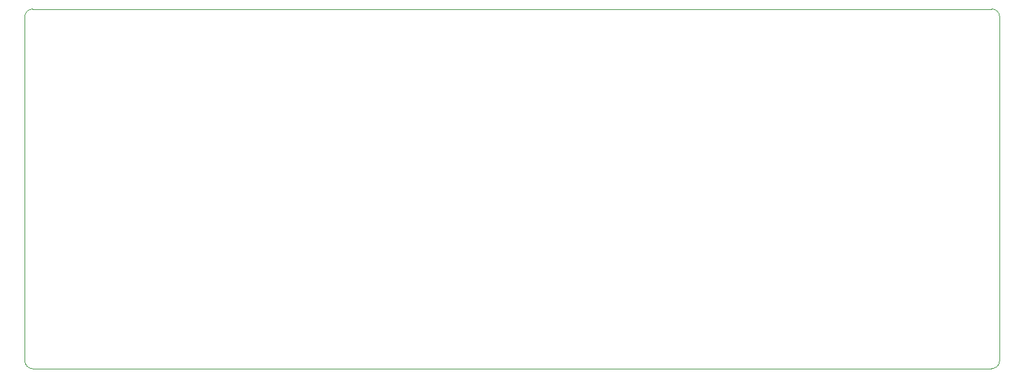
<source format=gbr>
%TF.GenerationSoftware,KiCad,Pcbnew,(6.0.9)*%
%TF.CreationDate,2022-12-22T16:46:14-05:00*%
%TF.ProjectId,Digital Clock PCB 2.0 Module Based,44696769-7461-46c2-9043-6c6f636b2050,rev?*%
%TF.SameCoordinates,Original*%
%TF.FileFunction,Profile,NP*%
%FSLAX46Y46*%
G04 Gerber Fmt 4.6, Leading zero omitted, Abs format (unit mm)*
G04 Created by KiCad (PCBNEW (6.0.9)) date 2022-12-22 16:46:14*
%MOMM*%
%LPD*%
G01*
G04 APERTURE LIST*
%TA.AperFunction,Profile*%
%ADD10C,0.100000*%
%TD*%
G04 APERTURE END LIST*
D10*
X270240000Y-81330800D02*
X270240000Y-125323599D01*
X145786601Y-125323599D02*
G75*
G03*
X146786601Y-126323599I999999J-1D01*
G01*
X270240000Y-81330800D02*
G75*
G03*
X269240000Y-80330800I-1000000J0D01*
G01*
X146786601Y-80330800D02*
X269240000Y-80330800D01*
X145786601Y-125323599D02*
X145786601Y-81330800D01*
X146786601Y-80330801D02*
G75*
G03*
X145786601Y-81330800I-1J-999999D01*
G01*
X269240000Y-126323600D02*
G75*
G03*
X270240000Y-125323599I0J1000000D01*
G01*
X269240000Y-126323599D02*
X146786601Y-126323599D01*
M02*

</source>
